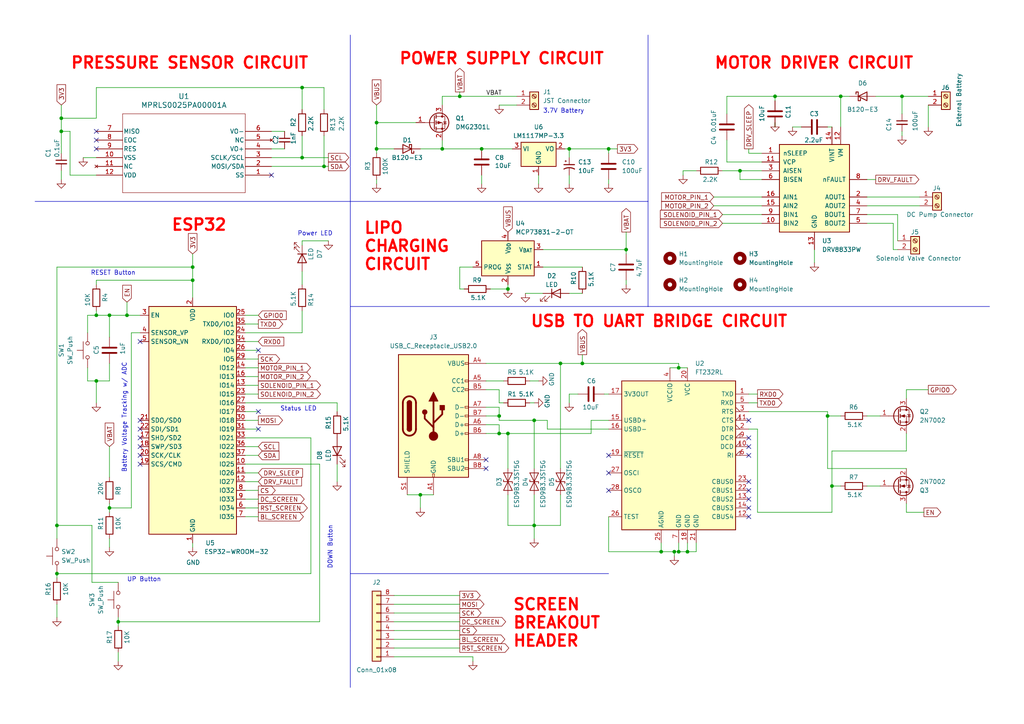
<source format=kicad_sch>
(kicad_sch (version 20230121) (generator eeschema)
  (paper "A4")
  (title_block (title "AT01 - Initial Revision") (date "2023-11-16") (rev "1"))
  (junction (at 261.62 27.94))
  (junction (at 144.78 120.65))
  (junction (at 154.94 152.4))
  (junction (at 139.7 43.18))
  (junction (at 27.94 91.44))
  (junction (at 31.75 91.44))
  (junction (at 109.22 43.18))
  (junction (at 144.78 125.73))
  (junction (at 176.53 43.18))
  (junction (at 109.22 35.56))
  (junction (at 165.1 43.18))
  (junction (at 162.56 105.41))
  (junction (at 34.29 180.34))
  (junction (at 199.39 160.02))
  (junction (at 241.3 140.97))
  (junction (at 17.78 38.1))
  (junction (at 128.27 43.18))
  (junction (at 195.58 160.02))
  (junction (at 87.63 25.4))
  (junction (at 154.94 121.92))
  (junction (at 168.91 105.41))
  (junction (at 36.83 91.44))
  (junction (at 16.51 166.37))
  (junction (at 181.61 72.39))
  (junction (at 31.75 147.32))
  (junction (at 147.32 83.82))
  (junction (at 243.84 27.94))
  (junction (at 16.51 152.4))
  (junction (at 93.98 48.26))
  (junction (at 87.63 45.72))
  (junction (at 196.85 160.02))
  (junction (at 240.03 120.65))
  (junction (at 214.63 49.53))
  (junction (at 196.85 106.68))
  (junction (at 17.78 34.29))
  (junction (at 55.88 81.28))
  (junction (at 133.35 27.94))
  (junction (at 121.92 143.51))
  (junction (at 55.88 77.47))
  (junction (at 191.77 160.02))
  (junction (at 147.32 125.73))
  (junction (at 27.94 110.49))
  (junction (at 224.79 27.94))
  (no_connect (at 176.53 142.24))
  (no_connect (at 40.64 127))
  (no_connect (at 40.64 124.46))
  (no_connect (at 40.64 99.06))
  (no_connect (at 217.17 121.92))
  (no_connect (at 27.94 40.64))
  (no_connect (at 140.97 135.89))
  (no_connect (at 217.17 127))
  (no_connect (at 176.53 132.08))
  (no_connect (at 74.93 119.38))
  (no_connect (at 217.17 129.54))
  (no_connect (at 217.17 147.32))
  (no_connect (at 40.64 134.62))
  (no_connect (at 217.17 144.78))
  (no_connect (at 27.94 43.18))
  (no_connect (at 217.17 142.24))
  (no_connect (at 217.17 139.7))
  (no_connect (at 78.74 50.8))
  (no_connect (at 176.53 137.16))
  (no_connect (at 74.93 124.46))
  (no_connect (at 217.17 132.08))
  (no_connect (at 40.64 129.54))
  (no_connect (at 74.93 101.6))
  (no_connect (at 140.97 133.35))
  (no_connect (at 40.64 132.08))
  (no_connect (at 40.64 121.92))
  (no_connect (at 217.17 149.86))
  (no_connect (at 27.94 38.1))
  (wire (pts (xy 147.32 125.73) (xy 147.32 135.89)))
  (wire (pts (xy 220.98 49.53) (xy 214.63 49.53)))
  (wire (pts (xy 168.91 102.87) (xy 168.91 105.41)))
  (wire (pts (xy 55.88 73.66) (xy 55.88 77.47)))
  (polyline (pts (xy 101.6 90.17) (xy 101.6 166.37)))
  (wire (pts (xy 71.12 101.6) (xy 74.93 101.6)))
  (wire (pts (xy 16.51 152.4) (xy 16.51 156.21)))
  (wire (pts (xy 93.98 25.4) (xy 93.98 31.75)))
  (wire (pts (xy 181.61 67.31) (xy 181.61 72.39)))
  (wire (pts (xy 157.48 77.47) (xy 168.91 77.47)))
  (wire (pts (xy 168.91 105.41) (xy 162.56 105.41)))
  (wire (pts (xy 196.85 106.68) (xy 199.39 106.68)))
  (wire (pts (xy 171.45 121.92) (xy 176.53 121.92)))
  (wire (pts (xy 165.1 43.18) (xy 176.53 43.18)))
  (wire (pts (xy 55.88 77.47) (xy 16.51 77.47)))
  (polyline (pts (xy 101.6 166.37) (xy 101.6 182.88)))
  (wire (pts (xy 240.03 135.89) (xy 240.03 120.65)))
  (wire (pts (xy 139.7 43.18) (xy 148.59 43.18)))
  (wire (pts (xy 158.75 121.92) (xy 158.75 124.46)))
  (polyline (pts (xy 101.6 10.16) (xy 101.6 58.42)))
  (wire (pts (xy 97.79 116.84) (xy 97.79 119.38)))
  (wire (pts (xy 162.56 105.41) (xy 140.97 105.41)))
  (wire (pts (xy 241.3 140.97) (xy 243.84 140.97)))
  (wire (pts (xy 196.85 160.02) (xy 199.39 160.02)))
  (wire (pts (xy 71.12 119.38) (xy 74.93 119.38)))
  (wire (pts (xy 31.75 91.44) (xy 36.83 91.44)))
  (wire (pts (xy 241.3 130.81) (xy 241.3 140.97)))
  (wire (pts (xy 87.63 45.72) (xy 95.25 45.72)))
  (wire (pts (xy 26.67 152.4) (xy 26.67 168.91)))
  (wire (pts (xy 207.01 57.15) (xy 220.98 57.15)))
  (wire (pts (xy 118.11 143.51) (xy 121.92 143.51)))
  (wire (pts (xy 38.1 96.52) (xy 40.64 96.52)))
  (wire (pts (xy 269.24 30.48) (xy 269.24 36.83)))
  (wire (pts (xy 24.13 45.72) (xy 27.94 45.72)))
  (wire (pts (xy 262.89 148.59) (xy 267.97 148.59)))
  (wire (pts (xy 251.46 120.65) (xy 255.27 120.65)))
  (wire (pts (xy 217.17 44.45) (xy 220.98 44.45)))
  (wire (pts (xy 133.35 83.82) (xy 134.62 83.82)))
  (wire (pts (xy 140.97 118.11) (xy 144.78 118.11)))
  (wire (pts (xy 147.32 125.73) (xy 171.45 125.73)))
  (wire (pts (xy 261.62 27.94) (xy 261.62 33.02)))
  (wire (pts (xy 128.27 43.18) (xy 139.7 43.18)))
  (wire (pts (xy 144.78 30.48) (xy 149.86 30.48)))
  (wire (pts (xy 196.85 157.48) (xy 196.85 160.02)))
  (wire (pts (xy 133.35 27.94) (xy 149.86 27.94)))
  (wire (pts (xy 262.89 148.59) (xy 262.89 146.05)))
  (wire (pts (xy 147.32 152.4) (xy 154.94 152.4)))
  (wire (pts (xy 261.62 38.1) (xy 261.62 39.37)))
  (wire (pts (xy 114.3 180.34) (xy 133.35 180.34)))
  (wire (pts (xy 27.94 110.49) (xy 31.75 110.49)))
  (wire (pts (xy 31.75 105.41) (xy 31.75 110.49)))
  (polyline (pts (xy 187.96 58.42) (xy 101.6 58.42)))
  (wire (pts (xy 181.61 81.28) (xy 181.61 82.55)))
  (wire (pts (xy 92.71 134.62) (xy 92.71 180.34)))
  (wire (pts (xy 133.35 26.67) (xy 133.35 27.94)))
  (wire (pts (xy 201.93 157.48) (xy 201.93 160.02)))
  (wire (pts (xy 34.29 179.07) (xy 34.29 180.34)))
  (wire (pts (xy 71.12 147.32) (xy 74.93 147.32)))
  (wire (pts (xy 71.12 91.44) (xy 74.93 91.44)))
  (wire (pts (xy 114.3 190.5) (xy 137.16 190.5)))
  (wire (pts (xy 137.16 190.5) (xy 137.16 191.77)))
  (wire (pts (xy 27.94 50.8) (xy 20.32 50.8)))
  (wire (pts (xy 142.24 83.82) (xy 147.32 83.82)))
  (wire (pts (xy 109.22 35.56) (xy 109.22 43.18)))
  (wire (pts (xy 154.94 156.21) (xy 154.94 152.4)))
  (wire (pts (xy 109.22 30.48) (xy 109.22 35.56)))
  (wire (pts (xy 71.12 137.16) (xy 74.93 137.16)))
  (wire (pts (xy 71.12 99.06) (xy 74.93 99.06)))
  (wire (pts (xy 147.32 143.51) (xy 147.32 152.4)))
  (wire (pts (xy 251.46 140.97) (xy 255.27 140.97)))
  (wire (pts (xy 140.97 123.19) (xy 144.78 123.19)))
  (wire (pts (xy 17.78 49.53) (xy 17.78 52.07)))
  (wire (pts (xy 220.98 52.07) (xy 214.63 52.07)))
  (wire (pts (xy 38.1 147.32) (xy 31.75 147.32)))
  (wire (pts (xy 219.71 148.59) (xy 241.3 148.59)))
  (wire (pts (xy 97.79 134.62) (xy 97.79 139.7)))
  (wire (pts (xy 90.17 127) (xy 90.17 166.37)))
  (wire (pts (xy 31.75 146.05) (xy 31.75 147.32)))
  (wire (pts (xy 78.74 43.18) (xy 82.55 43.18)))
  (wire (pts (xy 36.83 91.44) (xy 40.64 91.44)))
  (wire (pts (xy 209.55 49.53) (xy 214.63 49.53)))
  (wire (pts (xy 153.67 110.49) (xy 156.21 110.49)))
  (wire (pts (xy 210.82 27.94) (xy 224.79 27.94)))
  (wire (pts (xy 25.4 110.49) (xy 27.94 110.49)))
  (wire (pts (xy 87.63 69.85) (xy 95.25 69.85)))
  (wire (pts (xy 133.35 77.47) (xy 133.35 83.82)))
  (wire (pts (xy 175.26 114.3) (xy 176.53 114.3)))
  (wire (pts (xy 243.84 27.94) (xy 246.38 27.94)))
  (wire (pts (xy 78.74 48.26) (xy 93.98 48.26)))
  (wire (pts (xy 55.88 77.47) (xy 55.88 81.28)))
  (wire (pts (xy 144.78 113.03) (xy 144.78 116.84)))
  (wire (pts (xy 55.88 81.28) (xy 55.88 86.36)))
  (wire (pts (xy 251.46 59.69) (xy 266.7 59.69)))
  (wire (pts (xy 144.78 123.19) (xy 144.78 125.73)))
  (wire (pts (xy 71.12 132.08) (xy 74.93 132.08)))
  (wire (pts (xy 38.1 96.52) (xy 38.1 147.32)))
  (wire (pts (xy 71.12 114.3) (xy 74.93 114.3)))
  (wire (pts (xy 262.89 113.03) (xy 269.24 113.03)))
  (wire (pts (xy 20.32 50.8) (xy 20.32 38.1)))
  (wire (pts (xy 71.12 106.68) (xy 74.93 106.68)))
  (wire (pts (xy 55.88 157.48) (xy 55.88 158.75)))
  (wire (pts (xy 27.94 90.17) (xy 27.94 91.44)))
  (wire (pts (xy 17.78 34.29) (xy 17.78 38.1)))
  (wire (pts (xy 214.63 52.07) (xy 214.63 49.53)))
  (wire (pts (xy 114.3 177.8) (xy 133.35 177.8)))
  (wire (pts (xy 27.94 110.49) (xy 27.94 116.84)))
  (wire (pts (xy 259.08 64.77) (xy 251.46 64.77)))
  (wire (pts (xy 176.53 43.18) (xy 179.07 43.18)))
  (wire (pts (xy 27.94 91.44) (xy 31.75 91.44)))
  (wire (pts (xy 217.17 124.46) (xy 219.71 124.46)))
  (wire (pts (xy 176.53 43.18) (xy 176.53 44.45)))
  (wire (pts (xy 140.97 110.49) (xy 146.05 110.49)))
  (wire (pts (xy 224.79 35.56) (xy 224.79 36.83)))
  (wire (pts (xy 210.82 46.99) (xy 220.98 46.99)))
  (wire (pts (xy 31.75 129.54) (xy 31.75 138.43)))
  (wire (pts (xy 139.7 50.8) (xy 139.7 53.34)))
  (wire (pts (xy 210.82 27.94) (xy 210.82 33.02)))
  (wire (pts (xy 259.08 72.39) (xy 259.08 64.77)))
  (wire (pts (xy 199.39 160.02) (xy 201.93 160.02)))
  (wire (pts (xy 114.3 187.96) (xy 133.35 187.96)))
  (wire (pts (xy 144.78 118.11) (xy 144.78 120.65)))
  (wire (pts (xy 87.63 25.4) (xy 87.63 31.75)))
  (wire (pts (xy 71.12 149.86) (xy 74.93 149.86)))
  (wire (pts (xy 128.27 40.64) (xy 128.27 43.18)))
  (wire (pts (xy 71.12 129.54) (xy 74.93 129.54)))
  (wire (pts (xy 163.83 43.18) (xy 165.1 43.18)))
  (wire (pts (xy 128.27 27.94) (xy 128.27 30.48)))
  (wire (pts (xy 121.92 143.51) (xy 125.73 143.51)))
  (wire (pts (xy 87.63 78.74) (xy 87.63 82.55)))
  (wire (pts (xy 140.97 113.03) (xy 144.78 113.03)))
  (wire (pts (xy 168.91 85.09) (xy 165.1 85.09)))
  (wire (pts (xy 25.4 91.44) (xy 25.4 96.52)))
  (wire (pts (xy 16.51 175.26) (xy 16.51 179.07)))
  (wire (pts (xy 144.78 125.73) (xy 147.32 125.73)))
  (wire (pts (xy 181.61 72.39) (xy 181.61 73.66)))
  (wire (pts (xy 121.92 143.51) (xy 121.92 147.32)))
  (wire (pts (xy 165.1 43.18) (xy 165.1 45.72)))
  (wire (pts (xy 157.48 72.39) (xy 181.61 72.39)))
  (wire (pts (xy 176.53 52.07) (xy 176.53 53.34)))
  (wire (pts (xy 120.65 35.56) (xy 109.22 35.56)))
  (polyline (pts (xy 101.6 182.88) (xy 101.6 199.39)))
  (wire (pts (xy 259.08 72.39) (xy 260.35 72.39)))
  (wire (pts (xy 154.94 121.92) (xy 158.75 121.92)))
  (wire (pts (xy 71.12 116.84) (xy 97.79 116.84)))
  (wire (pts (xy 27.94 25.4) (xy 87.63 25.4)))
  (wire (pts (xy 114.3 182.88) (xy 133.35 182.88)))
  (polyline (pts (xy 187.96 10.16) (xy 187.96 58.42)))
  (wire (pts (xy 147.32 82.55) (xy 147.32 83.82)))
  (wire (pts (xy 27.94 81.28) (xy 27.94 82.55)))
  (wire (pts (xy 171.45 125.73) (xy 171.45 121.92)))
  (wire (pts (xy 224.79 27.94) (xy 243.84 27.94)))
  (wire (pts (xy 71.12 142.24) (xy 74.93 142.24)))
  (wire (pts (xy 198.12 50.8) (xy 198.12 49.53)))
  (polyline (pts (xy 187.96 58.42) (xy 187.96 88.9)))
  (wire (pts (xy 191.77 157.48) (xy 191.77 160.02)))
  (wire (pts (xy 191.77 160.02) (xy 195.58 160.02)))
  (wire (pts (xy 27.94 81.28) (xy 55.88 81.28)))
  (wire (pts (xy 71.12 139.7) (xy 74.93 139.7)))
  (wire (pts (xy 71.12 127) (xy 90.17 127)))
  (wire (pts (xy 109.22 52.07) (xy 109.22 53.34)))
  (wire (pts (xy 17.78 30.48) (xy 17.78 34.29)))
  (wire (pts (xy 243.84 27.94) (xy 243.84 36.83)))
  (wire (pts (xy 210.82 40.64) (xy 210.82 46.99)))
  (wire (pts (xy 16.51 152.4) (xy 26.67 152.4)))
  (wire (pts (xy 241.3 140.97) (xy 241.3 148.59)))
  (wire (pts (xy 114.3 185.42) (xy 133.35 185.42)))
  (wire (pts (xy 217.17 119.38) (xy 240.03 119.38)))
  (wire (pts (xy 154.94 143.51) (xy 154.94 152.4)))
  (wire (pts (xy 128.27 27.94) (xy 133.35 27.94)))
  (wire (pts (xy 240.03 119.38) (xy 240.03 120.65)))
  (polyline (pts (xy 101.6 58.42) (xy 101.6 90.17)))
  (wire (pts (xy 71.12 144.78) (xy 74.93 144.78)))
  (wire (pts (xy 25.4 106.68) (xy 25.4 110.49)))
  (wire (pts (xy 165.1 50.8) (xy 165.1 53.34)))
  (wire (pts (xy 31.75 147.32) (xy 31.75 148.59)))
  (wire (pts (xy 71.12 93.98) (xy 74.93 93.98)))
  (wire (pts (xy 121.92 43.18) (xy 128.27 43.18)))
  (wire (pts (xy 71.12 104.14) (xy 74.93 104.14)))
  (wire (pts (xy 87.63 96.52) (xy 71.12 96.52)))
  (wire (pts (xy 93.98 39.37) (xy 93.98 48.26)))
  (wire (pts (xy 176.53 149.86) (xy 176.53 160.02)))
  (polyline (pts (xy 101.6 166.37) (xy 176.53 166.37)))
  (wire (pts (xy 176.53 160.02) (xy 191.77 160.02)))
  (wire (pts (xy 219.71 124.46) (xy 219.71 148.59)))
  (wire (pts (xy 109.22 43.18) (xy 109.22 44.45)))
  (wire (pts (xy 199.39 157.48) (xy 199.39 160.02)))
  (wire (pts (xy 158.75 124.46) (xy 176.53 124.46)))
  (wire (pts (xy 144.78 121.92) (xy 154.94 121.92)))
  (wire (pts (xy 260.35 62.23) (xy 251.46 62.23)))
  (wire (pts (xy 240.03 120.65) (xy 243.84 120.65)))
  (wire (pts (xy 260.35 69.85) (xy 260.35 62.23)))
  (wire (pts (xy 34.29 180.34) (xy 34.29 181.61)))
  (wire (pts (xy 71.12 109.22) (xy 74.93 109.22)))
  (wire (pts (xy 71.12 124.46) (xy 74.93 124.46)))
  (wire (pts (xy 16.51 77.47) (xy 16.51 152.4)))
  (wire (pts (xy 196.85 105.41) (xy 196.85 106.68)))
  (wire (pts (xy 209.55 64.77) (xy 220.98 64.77)))
  (wire (pts (xy 144.78 116.84) (xy 146.05 116.84)))
  (wire (pts (xy 198.12 49.53) (xy 201.93 49.53)))
  (wire (pts (xy 165.1 114.3) (xy 165.1 116.84)))
  (wire (pts (xy 114.3 172.72) (xy 133.35 172.72)))
  (wire (pts (xy 195.58 160.02) (xy 196.85 160.02)))
  (wire (pts (xy 236.22 72.39) (xy 236.22 76.2)))
  (wire (pts (xy 207.01 59.69) (xy 220.98 59.69)))
  (wire (pts (xy 254 27.94) (xy 261.62 27.94)))
  (wire (pts (xy 71.12 134.62) (xy 92.71 134.62)))
  (wire (pts (xy 154.94 121.92) (xy 154.94 135.89)))
  (wire (pts (xy 241.3 36.83) (xy 240.03 36.83)))
  (wire (pts (xy 31.75 91.44) (xy 31.75 97.79)))
  (wire (pts (xy 168.91 105.41) (xy 196.85 105.41)))
  (wire (pts (xy 217.17 43.18) (xy 217.17 44.45)))
  (wire (pts (xy 157.48 85.09) (xy 152.4 85.09)))
  (wire (pts (xy 229.87 36.83) (xy 232.41 36.83)))
  (wire (pts (xy 217.17 116.84) (xy 219.71 116.84)))
  (wire (pts (xy 26.67 168.91) (xy 34.29 168.91)))
  (wire (pts (xy 162.56 105.41) (xy 162.56 135.89)))
  (wire (pts (xy 167.64 114.3) (xy 165.1 114.3)))
  (wire (pts (xy 262.89 130.81) (xy 241.3 130.81)))
  (wire (pts (xy 154.94 152.4) (xy 162.56 152.4)))
  (wire (pts (xy 133.35 77.47) (xy 137.16 77.47)))
  (wire (pts (xy 251.46 52.07) (xy 254 52.07)))
  (wire (pts (xy 262.89 125.73) (xy 262.89 130.81)))
  (wire (pts (xy 71.12 111.76) (xy 74.93 111.76)))
  (wire (pts (xy 224.79 27.94) (xy 224.79 29.21)))
  (wire (pts (xy 162.56 143.51) (xy 162.56 152.4)))
  (polyline (pts (xy 101.6 88.9) (xy 187.96 88.9)))
  (wire (pts (xy 140.97 120.65) (xy 144.78 120.65)))
  (wire (pts (xy 262.89 135.89) (xy 240.03 135.89)))
  (wire (pts (xy 209.55 62.23) (xy 220.98 62.23)))
  (wire (pts (xy 140.97 125.73) (xy 144.78 125.73)))
  (wire (pts (xy 31.75 156.21) (xy 31.75 158.75)))
  (wire (pts (xy 17.78 38.1) (xy 17.78 44.45)))
  (wire (pts (xy 87.63 25.4) (xy 93.98 25.4)))
  (wire (pts (xy 78.74 38.1) (xy 82.55 38.1)))
  (wire (pts (xy 109.22 43.18) (xy 114.3 43.18)))
  (wire (pts (xy 217.17 114.3) (xy 219.71 114.3)))
  (wire (pts (xy 114.3 175.26) (xy 133.35 175.26)))
  (wire (pts (xy 156.21 50.8) (xy 156.21 53.34)))
  (wire (pts (xy 261.62 27.94) (xy 269.24 27.94)))
  (wire (pts (xy 87.63 71.12) (xy 87.63 69.85)))
  (wire (pts (xy 27.94 91.44) (xy 25.4 91.44)))
  (wire (pts (xy 153.67 116.84) (xy 154.94 116.84)))
  (wire (pts (xy 93.98 48.26) (xy 95.25 48.26)))
  (wire (pts (xy 20.32 38.1) (xy 17.78 38.1)))
  (wire (pts (xy 194.31 106.68) (xy 196.85 106.68)))
  (wire (pts (xy 144.78 121.92) (xy 144.78 120.65)))
  (wire (pts (xy 87.63 90.17) (xy 87.63 96.52)))
  (wire (pts (xy 27.94 34.29) (xy 27.94 25.4)))
  (wire (pts (xy 87.63 39.37) (xy 87.63 45.72)))
  (wire (pts (xy 71.12 121.92) (xy 74.93 121.92)))
  (wire (pts (xy 262.89 115.57) (xy 262.89 113.03)))
  (wire (pts (xy 16.51 166.37) (xy 16.51 167.64)))
  (wire (pts (xy 251.46 57.15) (xy 266.7 57.15)))
  (wire (pts (xy 36.83 87.63) (xy 36.83 91.44)))
  (wire (pts (xy 92.71 180.34) (xy 34.29 180.34)))
  (wire (pts (xy 195.58 160.02) (xy 195.58 161.29)))
  (wire (pts (xy 78.74 45.72) (xy 87.63 45.72)))
  (wire (pts (xy 34.29 189.23) (xy 34.29 191.77)))
  (polyline (pts (xy 10.16 58.42) (xy 101.6 58.42)))
  (wire (pts (xy 17.78 34.29) (xy 27.94 34.29)))
  (polyline (pts (xy 187.96 88.9) (xy 287.02 88.9)))
  (wire (pts (xy 16.51 166.37) (xy 90.17 166.37)))
  (text "LIPO\nCHARGING\nCIRCUIT" (at 105.41 78.74 0) (effects (font (size 3.27 3.27) (thickness 0.654) bold) (justify left bottom)))
  (text "PRESSURE SENSOR CIRCUIT" (at 20.32 20.32 0) (effects (font (size 3.27 3.27) (thickness 0.654) bold) (justify left bottom)))
  (text "RESET Button" (at 39.37 80.01 0) (effects (font (size 1.27 1.27)) (justify right bottom)))
  (text "Power LED" (at 96.52 68.58 0) (effects (font (size 1.27 1.27)) (justify right bottom)))
  (text "POWER SUPPLY CIRCUIT" (at 115.57 19.05 0) (effects (font (size 3.27 3.27) (thickness 0.654) bold) (justify left bottom)))
  (text "UP Button" (at 36.83 168.91 0) (effects (font (size 1.27 1.27)) (justify left bottom)))
  (text "3.7V Battery" (at 157.48 33.02 0) (effects (font (size 1.27 1.27)) (justify left bottom)))
  (text "ESP32\n" (at 49.53 67.31 0) (effects (font (size 3.27 3.27) (thickness 0.654) bold) (justify left bottom)))
  (text "USB TO UART BRIDGE CIRCUIT" (at 153.67 95.25 0) (effects (font (size 3.27 3.27) (thickness 0.654) bold) (justify left bottom)))
  (text "SCREEN\nBREAKOUT\nHEADER" (at 148.59 187.96 0) (effects (font (size 3.27 3.27) (thickness 0.654) bold) (justify left bottom)))
  (text "MOTOR DRIVER CIRCUIT" (at 207.01 20.32 0) (effects (font (size 3.27 3.27) (thickness 0.654) bold) (justify left bottom)))
  (text "Status LED" (at 81.28 119.38 0) (effects (font (size 1.27 1.27)) (justify left bottom)))
  (text "DOWN Button" (at 96.52 165.1 90) (effects (font (size 1.27 1.27)) (justify left bottom)))
  (text "Battery Voltage Tracking w/ ADC" (at 36.83 137.16 90) (effects (font (size 1.27 1.27)) (justify left bottom)))
  (label "VBAT" (at 140.97 27.94 0))
  (global_label "TXD0" (shape output) (at 74.93 93.98 0) (property "Intersheetrefs" "${INTERSHEET_REFS}" (effects hide)))
  (global_label "BL_SCREEN" (shape output) (at 133.35 185.42 0) (property "Intersheetrefs" "${INTERSHEET_REFS}" (effects hide)))
  (global_label "3V3" (shape input) (at 55.88 73.66 90) (property "Intersheetrefs" "${INTERSHEET_REFS}" (effects hide)))
  (global_label "CS" (shape output) (at 74.93 142.24 0) (property "Intersheetrefs" "${INTERSHEET_REFS}" (effects hide)))
  (global_label "DRV_SLEEP" (shape output) (at 217.17 43.18 90) (property "Intersheetrefs" "${INTERSHEET_REFS}" (effects hide)))
  (global_label "DC_SCREEN" (shape output) (at 133.35 180.34 0) (property "Intersheetrefs" "${INTERSHEET_REFS}" (effects hide)))
  (global_label "VBUS" (shape input) (at 109.22 30.48 90) (property "Intersheetrefs" "${INTERSHEET_REFS}" (effects hide)))
  (global_label "3V3" (shape input) (at 17.78 30.48 90) (property "Intersheetrefs" "${INTERSHEET_REFS}" (effects hide)))
  (global_label "GPIO0" (shape input) (at 74.93 91.44 0) (property "Intersheetrefs" "${INTERSHEET_REFS}" (effects hide)))
  (global_label "RST_SCREEN" (shape output) (at 133.35 187.96 0) (property "Intersheetrefs" "${INTERSHEET_REFS}" (effects hide)))
  (global_label "VBUS" (shape input) (at 147.32 67.31 90) (property "Intersheetrefs" "${INTERSHEET_REFS}" (effects hide)))
  (global_label "VBAT" (shape output) (at 133.35 26.67 90) (property "Intersheetrefs" "${INTERSHEET_REFS}" (effects hide)))
  (global_label "CS" (shape output) (at 133.35 182.88 0) (property "Intersheetrefs" "${INTERSHEET_REFS}" (effects hide)))
  (global_label "SCK" (shape output) (at 74.93 104.14 0) (property "Intersheetrefs" "${INTERSHEET_REFS}" (effects hide)))
  (global_label "RST_SCREEN" (shape output) (at 74.93 147.32 0) (property "Intersheetrefs" "${INTERSHEET_REFS}" (effects hide)))
  (global_label "GPIO0" (shape output) (at 269.24 113.03 0) (property "Intersheetrefs" "${INTERSHEET_REFS}" (effects hide)))
  (global_label "MOSI" (shape output) (at 74.93 121.92 0) (property "Intersheetrefs" "${INTERSHEET_REFS}" (effects hide)))
  (global_label "MOTOR_PIN_2" (shape output) (at 74.93 109.22 0) (property "Intersheetrefs" "${INTERSHEET_REFS}" (effects hide)))
  (global_label "MOSI" (shape output) (at 133.35 175.26 0) (property "Intersheetrefs" "${INTERSHEET_REFS}" (effects hide)))
  (global_label "TXD0" (shape output) (at 219.71 116.84 0) (property "Intersheetrefs" "${INTERSHEET_REFS}" (effects hide)))
  (global_label "BL_SCREEN" (shape output) (at 74.93 149.86 0) (property "Intersheetrefs" "${INTERSHEET_REFS}" (effects hide)))
  (global_label "SDA" (shape input) (at 74.93 132.08 0) (property "Intersheetrefs" "${INTERSHEET_REFS}" (effects hide)))
  (global_label "SCL" (shape input) (at 74.93 129.54 0) (property "Intersheetrefs" "${INTERSHEET_REFS}" (effects hide)))
  (global_label "DC_SCREEN" (shape output) (at 74.93 144.78 0) (property "Intersheetrefs" "${INTERSHEET_REFS}" (effects hide)))
  (global_label "3V3" (shape output) (at 179.07 43.18 0) (property "Intersheetrefs" "${INTERSHEET_REFS}" (effects hide)))
  (global_label "SOLENOID_PIN_1" (shape output) (at 74.93 111.76 0) (property "Intersheetrefs" "${INTERSHEET_REFS}" (effects hide)))
  (global_label "EN" (shape output) (at 267.97 148.59 0) (property "Intersheetrefs" "${INTERSHEET_REFS}" (effects hide)))
  (global_label "RXD0" (shape input) (at 74.93 99.06 0) (property "Intersheetrefs" "${INTERSHEET_REFS}" (effects hide)))
  (global_label "SCL" (shape output) (at 95.25 45.72 0) (property "Intersheetrefs" "${INTERSHEET_REFS}" (effects hide)))
  (global_label "SOLENOID_PIN_1" (shape input) (at 209.55 62.23 180) (property "Intersheetrefs" "${INTERSHEET_REFS}" (effects hide)))
  (global_label "MOTOR_PIN_1" (shape output) (at 74.93 106.68 0) (property "Intersheetrefs" "${INTERSHEET_REFS}" (effects hide)))
  (global_label "SDA" (shape output) (at 95.25 48.26 0) (property "Intersheetrefs" "${INTERSHEET_REFS}" (effects hide)))
  (global_label "SCK" (shape output) (at 133.35 177.8 0) (property "Intersheetrefs" "${INTERSHEET_REFS}" (effects hide)))
  (global_label "MOTOR_PIN_1" (shape input) (at 207.01 57.15 180) (property "Intersheetrefs" "${INTERSHEET_REFS}" (effects hide)))
  (global_label "VBUS" (shape output) (at 168.91 102.87 90) (property "Intersheetrefs" "${INTERSHEET_REFS}" (effects hide)))
  (global_label "EN" (shape input) (at 36.83 87.63 90) (property "Intersheetrefs" "${INTERSHEET_REFS}" (effects hide)))
  (global_label "MOTOR_PIN_2" (shape input) (at 207.01 59.69 180) (property "Intersheetrefs" "${INTERSHEET_REFS}" (effects hide)))
  (global_label "DRV_FAULT" (shape output) (at 254 52.07 0) (property "Intersheetrefs" "${INTERSHEET_REFS}" (effects hide)))
  (global_label "3V3" (shape output) (at 133.35 172.72 0) (property "Intersheetrefs" "${INTERSHEET_REFS}" (effects hide)))
  (global_label "VBAT" (shape output) (at 181.61 67.31 90) (property "Intersheetrefs" "${INTERSHEET_REFS}" (effects hide)))
  (global_label "VBAT" (shape input) (at 31.75 129.54 90) (property "Intersheetrefs" "${INTERSHEET_REFS}" (effects hide)))
  (global_label "DRV_FAULT" (shape input) (at 74.93 139.7 0) (property "Intersheetrefs" "${INTERSHEET_REFS}" (effects hide)))
  (global_label "SOLENOID_PIN_2" (shape input) (at 209.55 64.77 180) (property "Intersheetrefs" "${INTERSHEET_REFS}" (effects hide)))
  (global_label "SOLENOID_PIN_2" (shape output) (at 74.93 114.3 0) (property "Intersheetrefs" "${INTERSHEET_REFS}" (effects hide)))
  (global_label "DRV_SLEEP" (shape input) (at 74.93 137.16 0) (property "Intersheetrefs" "${INTERSHEET_REFS}" (effects hide)))
  (global_label "RXD0" (shape output) (at 219.71 114.3 0) (property "Intersheetrefs" "${INTERSHEET_REFS}" (effects hide)))
  (symbol (lib_id "RF_Module:ESP32-WROOM-32U") (at 55.88 121.92 0) (unit 1)
    (property "Reference" "U5" (at 60.96 157.48 0))
    (property "Value" "ESP32-WROOM-32" (at 68.58 160.02 0))
    (property "Footprint" "RF_Module:ESP32-WROOM-32UE" (effects hide))
    (property "Datasheet" "https://www.espressif.com/sites/default/files/documentation/esp32-wroom-32d_esp32-wroom-32u_datasheet_en.pdf" (effects hide))
  )
  (symbol (lib_id "Regulator_Linear:LM1117MP-3.3") (at 156.21 43.18 0) (unit 1)
    (property "Reference" "U6" (at 156.21 36.83 0))
    (property "Value" "LM1117MP-3.3" (at 156.21 39.37 0))
    (property "Footprint" "Package_TO_SOT_SMD:SOT-223-3_TabPin2" (effects hide))
    (property "Datasheet" "http://www.ti.com/lit/ds/symlink/lm1117.pdf" (effects hide))
  )
  (symbol (lib_id "power:GND") (at 156.21 53.34 0) (unit 1)
    (property "Reference" "#PWR027" (effects hide))
    (property "Value" "GND" (effects hide))
  )
  (symbol (lib_id "power:GND") (at 55.88 158.75 0) (unit 1)
    (property "Reference" "#PWR025" (effects hide))
    (property "Value" "GND" (at 56.007 163.1442 0))
  )
  (symbol (lib_id "Device:C") (at 139.7 46.99 0) (unit 1)
    (property "Reference" "C8" (at 143.51 45.72 0) (effects (justify left)))
    (property "Value" "10uF" (at 143.51 48.0314 0) (effects (justify left)))
    (property "Footprint" "Capacitor_SMD:C_0402_1005Metric_Pad0.74x0.62mm_HandSolder" (effects hide))
  )
  (symbol (lib_id "power:GND") (at 139.7 53.34 0) (unit 1)
    (property "Reference" "#PWR026" (effects hide))
    (property "Value" "GND" (effects hide))
  )
  (symbol (lib_id "Diode:B120-E3") (at 250.19 27.94 0) (unit 1)
    (property "Reference" "D6" (at 250.19 24.13 0))
    (property "Value" "B120-E3" (at 250.19 31.75 0))
    (property "Footprint" "Diode_SMD:D_SMA" (effects hide))
    (property "Datasheet" "http://www.vishay.com/docs/88946/b120.pdf" (effects hide))
  )
  (symbol (lib_id "power:GND") (at 195.58 161.29 0) (unit 1)
    (property "Reference" "#PWR014" (effects hide))
    (property "Value" "GND" (effects hide))
  )
  (symbol (lib_id "Switch:SW_Push") (at 34.29 173.99 90) (mirror x) (unit 1)
    (property "Reference" "SW3" (at 26.67 173.99 0))
    (property "Value" "SW_Push" (at 29.21 173.99 0))
    (property "Footprint" "Button_Switch_THT:SW_PUSH_6mm" (effects hide))
  )
  (symbol (lib_id "Device:C") (at 210.82 36.83 180) (unit 1)
    (property "Reference" "C4" (at 207.01 39.37 90) (effects (justify left)))
    (property "Value" "0.01uF" (at 207.01 31.75 90) (effects (justify left)))
    (property "Footprint" "Capacitor_SMD:C_0402_1005Metric_Pad0.74x0.62mm_HandSolder" (effects hide))
  )
  (symbol (lib_id "power:GND") (at 147.32 83.82 0) (unit 1)
    (property "Reference" "#PWR022" (effects hide))
    (property "Value" "GND" (effects hide))
  )
  (symbol (lib_id "power:GND") (at 269.24 36.83 0) (unit 1)
    (property "Reference" "#PWR029" (effects hide))
    (property "Value" "GND" (effects hide))
  )
  (symbol (lib_id "Connector_Generic:Conn_01x08") (at 109.22 182.88 180) (unit 1)
    (property "Reference" "J2" (at 109.22 168.91 0))
    (property "Value" "Conn_01x08" (at 109.22 194.31 0))
    (property "Footprint" "Connector_PinHeader_1.00mm:PinHeader_1x08_P1.00mm_Vertical" (effects hide))
  )
  (symbol (lib_id "Device:R") (at 27.94 86.36 0) (unit 1)
    (property "Reference" "R4" (at 30.48 87.63 90) (effects (justify left)))
    (property "Value" "10K" (at 25.4 88.9 90) (effects (justify left)))
    (property "Footprint" "Resistor_SMD:R_0402_1005Metric_Pad0.72x0.64mm_HandSolder" (effects hide))
  )
  (symbol (lib_id "Interface_USB:FT232RL") (at 196.85 132.08 0) (unit 1)
    (property "Reference" "U2" (at 201.5841 105.41 0) (effects (justify left)))
    (property "Value" "FT232RL" (at 201.5841 107.95 0) (effects (justify left)))
    (property "Footprint" "Package_SO:SSOP-28_5.3x10.2mm_P0.65mm" (effects hide))
    (property "Datasheet" "https://www.ftdichip.com/Support/Documents/DataSheets/ICs/DS_FT232R.pdf" (effects hide))
  )
  (symbol (lib_id "Device:R") (at 87.63 86.36 0) (unit 1)
    (property "Reference" "R14" (at 90.17 88.9 90) (effects (justify left)))
    (property "Value" "5.1K" (at 85.09 88.9 90) (effects (justify left)))
    (property "Footprint" "Resistor_SMD:R_0402_1005Metric_Pad0.72x0.64mm_HandSolder" (effects hide))
  )
  (symbol (lib_id "Device:R") (at 34.29 185.42 180) (unit 1)
    (property "Reference" "R17" (at 31.75 182.88 90) (effects (justify left)))
    (property "Value" "10K" (at 36.83 182.88 90) (effects (justify left)))
    (property "Footprint" "Resistor_SMD:R_0402_1005Metric_Pad0.72x0.64mm_HandSolder" (effects hide))
  )
  (symbol (lib_id "Device:LED") (at 87.63 74.93 270) (unit 1)
    (property "Reference" "D7" (at 92.71 73.66 0))
    (property "Value" "LED" (at 90.17 73.66 0))
    (property "Footprint" "LED_THT:LED_D3.0mm" (effects hide))
  )
  (symbol (lib_id "power:GND") (at 17.78 52.07 0) (unit 1)
    (property "Reference" "#PWR030" (effects hide))
    (property "Value" "GND" (effects hide))
  )
  (symbol (lib_id "Device:R") (at 247.65 120.65 90) (unit 1)
    (property "Reference" "R6" (at 248.92 118.11 90) (effects (justify left)))
    (property "Value" "5.1K" (at 250.19 123.19 90) (effects (justify left)))
    (property "Footprint" "Resistor_SMD:R_0402_1005Metric_Pad0.72x0.64mm_HandSolder" (effects hide))
  )
  (symbol (lib_id "power:GND") (at 154.94 116.84 90) (unit 1)
    (property "Reference" "#PWR018" (effects hide))
    (property "Value" "GND" (at 158.75 114.3 0) (effects (justify right)))
  )
  (symbol (lib_id "Connector:Screw_Terminal_01x02") (at 274.32 27.94 0) (unit 1)
    (property "Reference" "J6" (at 273.05 25.4 0) (effects (justify left)))
    (property "Value" "External Battery" (at 278.13 36.83 90) (effects (justify left)))
    (property "Footprint" "TerminalBlock_4Ucon:TerminalBlock_4Ucon_1x02_P3.50mm_Horizontal" (effects hide))
  )
  (symbol (lib_id "power:GND") (at 121.92 147.32 0) (unit 1)
    (property "Reference" "#PWR04" (effects hide))
    (property "Value" "GND" (effects hide))
  )
  (symbol (lib_id "Mechanical:MountingHole") (at 214.63 82.55 0) (unit 1)
    (property "Reference" "H4" (at 217.17 81.28 0) (effects (justify left)))
    (property "Value" "MountingHole" (at 217.17 83.82 0) (effects (justify left)))
    (property "Footprint" "MountingHole:MountingHole_2.2mm_M2_ISO7380" (effects hide))
  )
  (symbol (lib_id "Mechanical:MountingHole") (at 214.63 74.93 0) (unit 1)
    (property "Reference" "H3" (at 217.17 73.66 0) (effects (justify left)))
    (property "Value" "MountingHole" (at 217.17 76.2 0) (effects (justify left)))
    (property "Footprint" "MountingHole:MountingHole_2.2mm_M2_ISO7380" (effects hide))
  )
  (symbol (lib_id "power:GND") (at 198.12 50.8 0) (unit 1)
    (property "Reference" "#PWR013" (effects hide))
    (property "Value" "GND" (effects hide))
  )
  (symbol (lib_id "Diode:B120-E3") (at 118.11 43.18 180) (unit 1)
    (property "Reference" "D1" (at 118.11 40.64 0))
    (property "Value" "B120-E3" (at 118.11 45.72 0))
    (property "Footprint" "Diode_SMD:D_SMA" (effects hide))
    (property "Datasheet" "http://www.vishay.com/docs/88946/b120.pdf" (effects hide))
  )
  (symbol (lib_id "power:GND") (at 165.1 53.34 0) (unit 1)
    (property "Reference" "#PWR024" (effects hide))
    (property "Value" "GND" (effects hide))
  )
  (symbol (lib_id "Connector:Screw_Terminal_01x02") (at 265.43 69.85 0) (unit 1)
    (property "Reference" "J5" (at 264.16 67.31 0) (effects (justify left)))
    (property "Value" "Solenoid Valve Connector" (at 254 74.93 0) (effects (justify left)))
    (property "Footprint" "TerminalBlock_4Ucon:TerminalBlock_4Ucon_1x02_P3.50mm_Horizontal" (effects hide))
  )
  (symbol (lib_id "power:GND") (at 16.51 179.07 0) (unit 1)
    (property "Reference" "#PWR019" (effects hide))
    (property "Value" "GND" (effects hide))
  )
  (symbol (lib_id "power:GND") (at 109.22 53.34 0) (unit 1)
    (property "Reference" "#PWR03" (effects hide))
    (property "Value" "GND" (effects hide))
  )
  (symbol (lib_id "Device:R") (at 149.86 110.49 90) (unit 1)
    (property "Reference" "R5" (at 149.86 107.95 90) (effects (justify left)))
    (property "Value" "5.1K" (at 154.94 107.95 90) (effects (justify left)))
    (property "Footprint" "Resistor_SMD:R_0402_1005Metric_Pad0.72x0.64mm_HandSolder" (effects hide))
  )
  (symbol (lib_id "Driver_Motor:DRV8833PW") (at 236.22 54.61 0) (unit 1)
    (property "Reference" "U3" (at 238.4141 69.85 0) (effects (justify left)))
    (property "Value" "DRV8833PW" (at 238.4141 72.39 0) (effects (justify left)))
    (property "Footprint" "Package_SO:TSSOP-16_4.4x5mm_P0.65mm" (effects hide))
    (property "Datasheet" "http://www.ti.com/lit/ds/symlink/drv8833.pdf" (effects hide))
  )
  (symbol (lib_id "Switch:SW_Push") (at 16.51 161.29 90) (mirror x) (unit 1)
    (property "Reference" "SW2" (at 17.78 160.02 90) (effects (justify right)))
    (property "Value" "SW_Push" (at 17.78 162.56 90) (effects (justify right)))
    (property "Footprint" "Button_Switch_THT:SW_PUSH_6mm" (effects hide))
  )
  (symbol (lib_id "Transistor_FET:2N7002") (at 260.35 140.97 0) (mirror x) (unit 1)
    (property "Reference" "Q3" (at 266.7 142.24 0) (effects (justify left)))
    (property "Value" "2N7002" (at 266.7 139.7 0) (effects (justify left)))
    (property "Footprint" "Package_TO_SOT_SMD:SOT-23" (effects hide))
    (property "Datasheet" "https://www.onsemi.com/pub/Collateral/NDS7002A-D.PDF" (effects hide))
  )
  (symbol (lib_id "power:GND") (at 261.62 39.37 0) (unit 1)
    (property "Reference" "#PWR028" (effects hide))
    (property "Value" "GND" (effects hide))
  )
  (symbol (lib_id "Connector:USB_C_Receptacle_USB2.0") (at 125.73 120.65 0) (unit 1)
    (property "Reference" "J3" (at 125.73 97.79 0))
    (property "Value" "USB_C_Receptacle_USB2.0" (at 125.73 100.33 0))
    (property "Footprint" "Connector_USB:USB_C_Receptacle_HRO_TYPE-C-31-M-12" (effects hide))
    (property "Datasheet" "https://www.usb.org/sites/default/files/documents/usb_type-c.zip" (effects hide))
  )
  (symbol (lib_id "Device:R") (at 31.75 152.4 180) (unit 1)
    (property "Reference" "R11" (at 29.21 149.86 90) (effects (justify left)))
    (property "Value" "10K" (at 34.29 149.86 90) (effects (justify left)))
    (property "Footprint" "Resistor_SMD:R_0402_1005Metric_Pad0.72x0.64mm_HandSolder" (effects hide))
  )
  (symbol (lib_id "Mechanical:MountingHole") (at 194.31 82.55 0) (unit 1)
    (property "Reference" "H2" (at 196.85 81.28 0) (effects (justify left)))
    (property "Value" "MountingHole" (at 196.85 83.82 0) (effects (justify left)))
    (property "Footprint" "MountingHole:MountingHole_2.2mm_M2_ISO7380" (effects hide))
  )
  (symbol (lib_id "Device:R") (at 149.86 116.84 90) (unit 1)
    (property "Reference" "R1" (at 149.86 114.3 90) (effects (justify left)))
    (property "Value" "5.1K" (at 154.94 114.3 90) (effects (justify left)))
    (property "Footprint" "Resistor_SMD:R_0402_1005Metric_Pad0.72x0.64mm_HandSolder" (effects hide))
  )
  (symbol (lib_id "Device:C_Small") (at 261.62 35.56 0) (unit 1)
    (property "Reference" "C14" (at 257.81 38.1 90) (effects (justify left)))
    (property "Value" "100uF" (at 265.43 38.1 90) (effects (justify left)))
    (property "Footprint" "Capacitor_SMD:C_0402_1005Metric_Pad0.74x0.62mm_HandSolder" (effects hide))
  )
  (symbol (lib_id "Device:R") (at 93.98 35.56 0) (unit 1)
    (property "Reference" "R13" (at 96.52 38.1 90) (effects (justify left)))
    (property "Value" "2.2K" (at 99.06 38.1 90) (effects (justify left)))
    (property "Footprint" "Resistor_SMD:R_0402_1005Metric_Pad0.72x0.64mm_HandSolder" (effects hide))
  )
  (symbol (lib_id "power:GND") (at 97.79 139.7 0) (unit 1)
    (property "Reference" "#PWR017" (effects hide))
    (property "Value" "GND" (effects hide))
  )
  (symbol (lib_id "Device:C") (at 176.53 48.26 0) (unit 1)
    (property "Reference" "C10" (at 180.34 46.99 0) (effects (justify left)))
    (property "Value" "100uF" (at 180.34 49.53 0) (effects (justify left)))
    (property "Footprint" "Capacitor_SMD:C_0402_1005Metric_Pad0.74x0.62mm_HandSolder" (effects hide))
  )
  (symbol (lib_id "Device:C") (at 181.61 77.47 180) (unit 1)
    (property "Reference" "C7" (at 177.8 76.2 90) (effects (justify left)))
    (property "Value" "4.7uF" (at 185.42 74.93 90) (effects (justify left)))
    (property "Footprint" "Capacitor_SMD:C_0402_1005Metric_Pad0.74x0.62mm_HandSolder" (effects hide))
  )
  (symbol (lib_id "Device:LED") (at 97.79 130.81 90) (unit 1)
    (property "Reference" "D8" (at 92.71 132.08 0))
    (property "Value" "LED" (at 95.25 132.08 0))
    (property "Footprint" "LED_THT:LED_D3.0mm" (effects hide))
  )
  (symbol (lib_id "Transistor_FET:2N7002") (at 260.35 120.65 0) (unit 1)
    (property "Reference" "Q2" (at 266.7 119.38 0) (effects (justify left)))
    (property "Value" "2N7002" (at 266.7 121.92 0) (effects (justify left)))
    (property "Footprint" "Package_TO_SOT_SMD:SOT-23" (effects hide))
    (property "Datasheet" "https://www.onsemi.com/pub/Collateral/NDS7002A-D.PDF" (effects hide))
  )
  (symbol (lib_id "Device:R") (at 16.51 171.45 180) (unit 1)
    (property "Reference" "R16" (at 13.97 168.91 90) (effects (justify left)))
    (property "Value" "10K" (at 19.05 168.91 90) (effects (justify left)))
    (property "Footprint" "Resistor_SMD:R_0402_1005Metric_Pad0.72x0.64mm_HandSolder" (effects hide))
  )
  (symbol (lib_id "Device:R") (at 247.65 140.97 90) (unit 1)
    (property "Reference" "R7" (at 248.92 138.43 90) (effects (justify left)))
    (property "Value" "5.1K" (at 250.19 143.51 90) (effects (justify left)))
    (property "Footprint" "Resistor_SMD:R_0402_1005Metric_Pad0.72x0.64mm_HandSolder" (effects hide))
  )
  (symbol (lib_id "power:GND") (at 156.21 110.49 90) (unit 1)
    (property "Reference" "#PWR05" (effects hide))
    (property "Value" "GND" (at 160.02 107.95 0) (effects (justify right)))
  )
  (symbol (lib_id "power:GND") (at 31.75 158.75 0) (unit 1)
    (property "Reference" "#PWR015" (effects hide))
    (property "Value" "GND" (effects hide))
  )
  (symbol (lib_id "Device:C") (at 224.79 33.02 0) (mirror x) (unit 1)
    (property "Reference" "C11" (at 228.6 30.48 90) (effects (justify left)))
    (property "Value" "10uF" (at 220.98 30.48 90) (effects (justify left)))
    (property "Footprint" "Capacitor_SMD:C_0402_1005Metric_Pad0.74x0.62mm_HandSolder" (effects hide))
  )
  (symbol (lib_id "Device:C") (at 171.45 114.3 270) (unit 1)
    (property "Reference" "C6" (at 170.18 110.49 90) (effects (justify left)))
    (property "Value" "10uF" (at 168.91 118.11 90) (effects (justify left)))
    (property "Footprint" "Capacitor_SMD:C_0402_1005Metric_Pad0.74x0.62mm_HandSolder" (effects hide))
  )
  (symbol (lib_id "power:GND") (at 152.4 85.09 0) (unit 1)
    (property "Reference" "#PWR023" (effects hide))
    (property "Value" "GND" (effects hide))
  )
  (symbol (lib_id "Device:C") (at 236.22 36.83 90) (unit 1)
    (property "Reference" "C3" (at 237.49 33.02 90) (effects (justify left)))
    (property "Value" "2.2uF" (at 238.76 40.64 90) (effects (justify left)))
    (property "Footprint" "Capacitor_SMD:C_0402_1005Metric_Pad0.74x0.62mm_HandSolder" (effects hide))
  )
  (symbol (lib_id "power:GND") (at 27.94 116.84 0) (mirror y) (unit 1)
    (property "Reference" "#PWR08" (effects hide))
    (property "Value" "GND" (effects hide))
  )
  (symbol (lib_id "Device:R") (at 205.74 49.53 90) (unit 1)
    (property "Reference" "R12" (at 208.28 46.99 90) (effects (justify left)))
    (property "Value" "2.2K" (at 208.28 52.07 90) (effects (justify left)))
    (property "Footprint" "Resistor_SMD:R_0402_1005Metric_Pad0.72x0.64mm_HandSolder" (effects hide))
  )
  (symbol (lib_id "Device:R") (at 168.91 81.28 180) (unit 1)
    (property "Reference" "R10" (at 166.37 78.74 90) (effects (justify left)))
    (property "Value" "5.1K" (at 171.45 78.74 90) (effects (justify left)))
    (property "Footprint" "Resistor_SMD:R_0402_1005Metric_Pad0.72x0.64mm_HandSolder" (effects hide))
  )
  (symbol (lib_id "power:GND") (at 154.94 156.21 0) (unit 1)
    (property "Reference" "#PWR09" (effects hide))
    (property "Value" "GND" (effects hide))
  )
  (symbol (lib_id "Connector:Screw_Terminal_01x02") (at 154.94 27.94 0) (unit 1)
    (property "Reference" "J1" (at 157.48 26.67 0) (effects (justify left)))
    (property "Value" "JST Connector" (at 157.48 29.21 0) (effects (justify left)))
    (property "Footprint" "Connector_JST:JST_EH_S2B-EH_1x02_P2.50mm_Horizontal" (effects hide))
  )
  (symbol (lib_id "Device:C_Polarized_Small_US") (at 165.1 48.26 0) (unit 1)
    (property "Reference" "C13" (at 167.64 46.99 0) (effects (justify left)))
    (property "Value" "10uF" (at 167.64 49.53 0) (effects (justify left)))
    (property "Footprint" "Capacitor_SMD:C_1206_3216Metric_Pad1.33x1.80mm_HandSolder" (effects hide))
  )
  (symbol (lib_id "power:GND") (at 176.53 53.34 0) (unit 1)
    (property "Reference" "#PWR07" (effects hide))
    (property "Value" "GND" (effects hide))
  )
  (symbol (lib_id "power:GND") (at 165.1 116.84 0) (unit 1)
    (property "Reference" "#PWR02" (effects hide))
    (property "Value" "GND" (effects hide))
  )
  (symbol (lib_id "power:GND") (at 34.29 191.77 0) (unit 1)
    (property "Reference" "#PWR020" (effects hide))
    (property "Value" "GND" (effects hide))
  )
  (symbol (lib_id "Battery_Management:MCP73831-2-OT") (at 147.32 74.93 0) (unit 1)
    (property "Reference" "U4" (at 149.5141 64.77 0) (effects (justify left)))
    (property "Value" "MCP73831-2-OT" (at 149.5141 67.31 0) (effects (justify left)))
    (property "Footprint" "Package_TO_SOT_SMD:SOT-23-5" (effects hide))
    (property "Datasheet" "http://ww1.microchip.com/downloads/en/DeviceDoc/20001984g.pdf" (effects hide))
  )
  (symbol (lib_id "Device:LED") (at 161.29 85.09 0) (unit 1)
    (property "Reference" "D2" (at 160.02 80.01 0))
    (property "Value" "LED" (at 160.02 82.55 0))
    (property "Footprint" "LED_THT:LED_D3.0mm" (effects hide))
  )
  (symbol (lib_id "Device:C_Small") (at 17.78 46.99 0) (unit 1)
    (property "Reference" "C1" (at 13.97 45.72 90) (effects (justify left)))
    (property "Value" "0.1uF" (at 16.51 45.72 90) (effects (justify left)))
    (property "Footprint" "Capacitor_SMD:C_0402_1005Metric_Pad0.74x0.62mm_HandSolder" (effects hide))
  )
  (symbol (lib_id "power:GND") (at 24.13 45.72 0) (unit 1)
    (property "Reference" "#PWR031" (effects hide))
    (property "Value" "GND" (effects hide))
  )
  (symbol (lib_id "Connector:Screw_Terminal_01x02") (at 271.78 57.15 0) (unit 1)
    (property "Reference" "J4" (at 270.51 54.61 0) (effects (justify left)))
    (property "Value" "DC Pump Connector" (at 262.89 62.23 0) (effects (justify left)))
    (property "Footprint" "TerminalBlock_4Ucon:TerminalBlock_4Ucon_1x02_P3.50mm_Horizontal" (effects hide))
  )
  (symbol (lib_id "Transistor_FET:DMG2301L") (at 125.73 35.56 0) (unit 1)
    (property "Reference" "Q1" (at 132.08 34.29 0) (effects (justify left)))
    (property "Value" "DMG2301L" (at 132.08 36.83 0) (effects (justify left)))
    (property "Footprint" "Package_TO_SOT_SMD:SOT-23" (effects hide))
    (property "Datasheet" "https://www.diodes.com/assets/Datasheets/DMG2301L.pdf" (effects hide))
  )
  (symbol (lib_id "Device:C_Small") (at 82.55 40.64 0) (unit 1)
    (property "Reference" "C2" (at 80.01 41.91 90) (effects (justify left)))
    (property "Value" "1nF" (at 85.09 41.91 90) (effects (justify left)))
    (property "Footprint" "Capacitor_SMD:C_0402_1005Metric_Pad0.74x0.62mm_HandSolder" (effects hide))
  )
  (symbol (lib_id "Diode:ESD9B3.3ST5G") (at 162.56 139.7 90) (unit 1)
    (property "Reference" "D5" (at 160.02 138.43 0) (effects (justify right)))
    (property "Value" "ESD9B3.3ST5G" (at 165.1 133.35 0) (effects (justify right)))
    (property "Footprint" "Diode_SMD:D_SOD-923" (effects hide))
    (property "Datasheet" "https://www.onsemi.com/pub/Collateral/ESD9B-D.PDF" (effects hide))
  )
  (symbol (lib_id "MPRLS0025PA00001A:MPRLS0025PA00001A") (at 78.74 50.8 180) (unit 1)
    (property "Reference" "U1" (at 53.34 27.94 0) (effects (font (size 1.524 1.524))))
    (property "Value" "MPRLS0025PA00001A" (at 53.34 30.48 0) (effects (font (size 1.524 1.524))))
    (property "Footprint" "MPRLS_HNW" (effects hide))
    (property "Datasheet" "MPRLS0025PA00001A" (effects hide))
  )
  (symbol (lib_id "Diode:ESD9B3.3ST5G") (at 154.94 139.7 90) (unit 1)
    (property "Reference" "D4" (at 152.4 138.43 0) (effects (justify right)))
    (property "Value" "ESD9B3.3ST5G" (at 157.48 133.35 0) (effects (justify right)))
    (property "Footprint" "Diode_SMD:D_SOD-923" (effects hide))
    (property "Datasheet" "https://www.onsemi.com/pub/Collateral/ESD9B-D.PDF" (effects hide))
  )
  (symbol (lib_id "Device:C") (at 31.75 101.6 0) (mirror y) (unit 1)
    (property "Reference" "C5" (at 27.94 102.87 90) (effects (justify left)))
    (property "Value" "1uF" (at 35.56 102.87 90) (effects (justify left)))
    (property "Footprint" "Capacitor_SMD:C_0402_1005Metric_Pad0.74x0.62mm_HandSolder" (effects hide))
  )
  (symbol (lib_id "Switch:SW_Push") (at 25.4 101.6 90) (mirror x) (unit 1)
    (property "Reference" "SW1" (at 17.78 101.6 0))
    (property "Value" "SW_Push" (at 20.32 101.6 0))
    (property "Footprint" "Button_Switch_THT:SW_PUSH_6mm" (effects hide))
  )
  (symbol (lib_id "Diode:ESD9B3.3ST5G") (at 147.32 139.7 90) (unit 1)
    (property "Reference" "D3" (at 144.78 138.43 0) (effects (justify right)))
    (property "Value" "ESD9B3.3ST5G" (at 149.86 133.35 0) (effects (justify right)))
    (property "Footprint" "Diode_SMD:D_SOD-923" (effects hide))
    (property "Datasheet" "https://www.onsemi.com/pub/Collateral/ESD9B-D.PDF" (effects hide))
  )
  (symbol (lib_id "Device:R") (at 87.63 35.56 0) (unit 1)
    (property "Reference" "R2" (at 85.09 36.83 90) (effects (justify left)))
    (property "Value" "2.2K" (at 90.17 38.1 90) (effects (justify left)))
    (property "Footprint" "Resistor_SMD:R_0402_1005Metric_Pad0.72x0.64mm_HandSolder" (effects hide))
  )
  (symbol (lib_id "power:GND") (at 95.25 69.85 0) (unit 1)
    (property "Reference" "#PWR016" (effects hide))
    (property "Value" "GND" (effects hide))
  )
  (symbol (lib_id "Device:R") (at 31.75 142.24 0) (mirror x) (unit 1)
    (property "Reference" "R8" (at 34.29 140.97 90) (effects (justify left)))
    (property "Value" "20K" (at 29.21 139.7 90) (effects (justify left)))
    (property "Footprint" "Resistor_SMD:R_0402_1005Metric_Pad0.72x0.64mm_HandSolder" (effects hide))
  )
  (symbol (lib_id "power:GND") (at 229.87 36.83 0) (unit 1)
    (property "Reference" "#PWR011" (effects hide))
    (property "Value" "GND" (effects hide))
  )
  (symbol (lib_id "Mechanical:MountingHole") (at 194.31 74.93 0) (unit 1)
    (property "Reference" "H1" (at 196.85 73.66 0) (effects (justify left)))
    (property "Value" "MountingHole" (at 196.85 76.2 0) (effects (justify left)))
    (property "Footprint" "MountingHole:MountingHole_2.2mm_M2_ISO7380" (effects hide))
  )
  (symbol (lib_id "power:GND") (at 181.61 82.55 0) (unit 1)
    (property "Reference" "#PWR021" (effects hide))
    (property "Value" "GND" (effects hide))
  )
  (symbol (lib_id "Device:R") (at 138.43 83.82 90) (unit 1)
    (property "Reference" "R9" (at 139.7 81.28 90) (effects (justify left)))
    (property "Value" "5.1K" (at 140.97 86.36 90) (effects (justify left)))
    (property "Footprint" "Resistor_SMD:R_0402_1005Metric_Pad0.72x0.64mm_HandSolder" (effects hide))
  )
  (symbol (lib_id "Device:R") (at 97.79 123.19 180) (unit 1)
    (property "Reference" "R15" (at 95.25 120.65 90) (effects (justify left)))
    (property "Value" "5.1K" (at 100.33 120.65 90) (effects (justify left)))
    (property "Footprint" "Resistor_SMD:R_0402_1005Metric_Pad0.72x0.64mm_HandSolder" (effects hide))
  )
  (symbol (lib_id "power:GND") (at 144.78 30.48 0) (unit 1)
    (property "Reference" "#PWR06" (effects hide))
    (property "Value" "GND" (effects hide))
  )
  (symbol (lib_id "power:GND") (at 224.79 35.56 0) (unit 1)
    (property "Reference" "#PWR012" (effects hide))
    (property "Value" "GND" (effects hide))
  )
  (symbol (lib_id "power:GND") (at 236.22 76.2 0) (unit 1)
    (property "Reference" "#PWR010" (effects hide))
    (property "Value" "GND" (effects hide))
  )
  (symbol (lib_id "Device:R") (at 109.22 48.26 0) (unit 1)
    (property "Reference" "R3" (at 106.68 49.53 90) (effects (justify left)))
    (property "Value" "100K" (at 111.76 50.8 90) (effects (justify left)))
    (property "Footprint" "Resistor_SMD:R_0402_1005Metric_Pad0.72x0.64mm_HandSolder" (effects hide))
  )
  (symbol (lib_id "power:GND") (at 137.16 191.77 0) (unit 1)
    (property "Reference" "#PWR01" (effects hide))
    (property "Value" "GND" (effects hide))
  )
)
</source>
